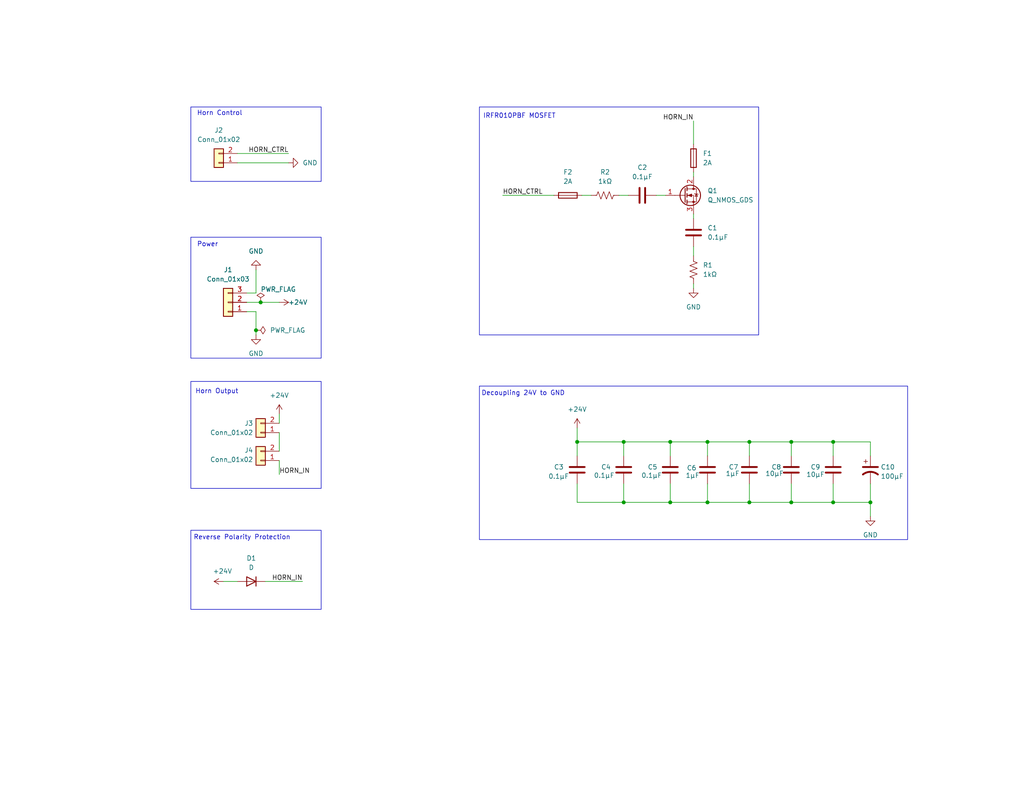
<source format=kicad_sch>
(kicad_sch (version 20231120) (generator "eeschema") (generator_version "8.0")
  (paper "USLetter")
  (title_block (title "Horns Board") (date "2022-08-16") (rev "1.0") (company "Illini Solar Car") (comment 1 "Designed By: Nathan Wang"))
  (lib_symbols
    (symbol "Connector_Generic:Conn_01x02" (pin_names (offset 1.016) hide)
      (property "Reference" "J" (at 0 2.54 0))
      (property "Value" "Conn_01x02" (at 0 -5.08 0))
      (symbol "Conn_01x02_1_1"
        (rectangle (start -1.27 -2.413) (end 0 -2.667) (stroke (width 0.1524)))
        (rectangle (start -1.27 0.127) (end 0 -0.127) (stroke (width 0.1524)))
        (rectangle (start -1.27 1.27) (end 1.27 -3.81) (stroke (width 0.254)) (fill (type background)))
        (pin passive line (at -5.08 0 0) (length 3.81) (name "Pin_1") (number "1"))
        (pin passive line (at -5.08 -2.54 0) (length 3.81) (name "Pin_2") (number "2"))
      )
    )
    (symbol "Connector_Generic:Conn_01x03" (pin_names (offset 1.016) hide)
      (property "Reference" "J" (at 0 5.08 0))
      (property "Value" "Conn_01x03" (at 0 -5.08 0))
      (symbol "Conn_01x03_1_1"
        (rectangle (start -1.27 -2.413) (end 0 -2.667) (stroke (width 0.1524)))
        (rectangle (start -1.27 0.127) (end 0 -0.127) (stroke (width 0.1524)))
        (rectangle (start -1.27 2.667) (end 0 2.413) (stroke (width 0.1524)))
        (rectangle (start -1.27 3.81) (end 1.27 -3.81) (stroke (width 0.254)) (fill (type background)))
        (pin passive line (at -5.08 2.54 0) (length 3.81) (name "Pin_1") (number "1"))
        (pin passive line (at -5.08 0 0) (length 3.81) (name "Pin_2") (number "2"))
        (pin passive line (at -5.08 -2.54 0) (length 3.81) (name "Pin_3") (number "3"))
      )
    )
    (symbol "Device:C_Polarized_US" (pin_numbers hide) (pin_names (offset 0.254) hide)
      (property "Reference" "C" (at 0.635 2.54 0))
      (property "Value" "C_Polarized_US" (at 0.635 -2.54 0))
      (symbol "C_Polarized_US_0_1"
        (polyline (pts (xy -2.032 0.762) (xy 2.032 0.762)) (stroke (width 0.508)))
        (polyline (pts (xy -1.778 2.286) (xy -0.762 2.286)))
        (polyline (pts (xy -1.27 1.778) (xy -1.27 2.794)))
        (arc (start 2.032 -1.27) (mid 0 -0.5572) (end -2.032 -1.27) (stroke (width 0.508)))
      )
      (symbol "C_Polarized_US_1_1"
        (pin passive line (at 0 3.81 270) (length 2.794) (name "~") (number "1"))
        (pin passive line (at 0 -3.81 90) (length 3.302) (name "~") (number "2"))
      )
    )
    (symbol "Device:D" (pin_numbers hide) (pin_names (offset 1.016) hide)
      (property "Reference" "D" (at 0 2.54 0))
      (property "Value" "D" (at 0 -2.54 0))
      (symbol "D_0_1"
        (polyline (pts (xy -1.27 1.27) (xy -1.27 -1.27)) (stroke (width 0.254)))
        (polyline (pts (xy 1.27 0) (xy -1.27 0)))
        (polyline (pts (xy 1.27 1.27) (xy 1.27 -1.27) (xy -1.27 0) (xy 1.27 1.27)) (stroke (width 0.254)))
      )
      (symbol "D_1_1"
        (pin passive line (at -3.81 0 0) (length 2.54) (name "K") (number "1"))
        (pin passive line (at 3.81 0 180) (length 2.54) (name "A") (number "2"))
      )
    )
    (symbol "Device:Fuse" (pin_numbers hide) (pin_names (offset 0))
      (property "Reference" "F" (at 2.032 0 90))
      (property "Value" "Fuse" (at -1.905 0 90))
      (symbol "Fuse_0_1"
        (rectangle (start -0.762 -2.54) (end 0.762 2.54) (stroke (width 0.254)))
        (polyline (pts (xy 0 2.54) (xy 0 -2.54)))
      )
      (symbol "Fuse_1_1"
        (pin passive line (at 0 3.81 270) (length 1.27) (name "~") (number "1"))
        (pin passive line (at 0 -3.81 90) (length 1.27) (name "~") (number "2"))
      )
    )
    (symbol "Device:R_US" (pin_numbers hide) (pin_names (offset 0))
      (property "Reference" "R" (at 2.54 0 90))
      (property "Value" "R_US" (at -2.54 0 90))
      (symbol "R_US_0_1"
        (polyline (pts (xy 0 -2.286) (xy 0 -2.54)))
        (polyline (pts (xy 0 2.286) (xy 0 2.54)))
        (polyline (pts (xy 0 -0.762) (xy 1.016 -1.143) (xy 0 -1.524) (xy -1.016 -1.905) (xy 0 -2.286)))
        (polyline (pts (xy 0 0.762) (xy 1.016 0.381) (xy 0 0) (xy -1.016 -0.381) (xy 0 -0.762)))
        (polyline (pts (xy 0 2.286) (xy 1.016 1.905) (xy 0 1.524) (xy -1.016 1.143) (xy 0 0.762)))
      )
      (symbol "R_US_1_1"
        (pin passive line (at 0 3.81 270) (length 1.27) (name "~") (number "1"))
        (pin passive line (at 0 -3.81 90) (length 1.27) (name "~") (number "2"))
      )
    )
    (symbol "device:C" (pin_numbers hide) (pin_names (offset 0.254))
      (property "Reference" "C" (at 0.635 2.54 0))
      (property "Value" "C" (at 0.635 -2.54 0))
      (symbol "C_0_1"
        (polyline (pts (xy -2.032 -0.762) (xy 2.032 -0.762)) (stroke (width 0.508)))
        (polyline (pts (xy -2.032 0.762) (xy 2.032 0.762)) (stroke (width 0.508)))
      )
      (symbol "C_1_1"
        (pin passive line (at 0 3.81 270) (length 2.794) (name "~") (number "1"))
        (pin passive line (at 0 -3.81 90) (length 2.794) (name "~") (number "2"))
      )
    )
    (symbol "device:Q_NMOS_GDS" (pin_names (offset 0) hide)
      (property "Reference" "Q" (at 5.08 1.27 0))
      (property "Value" "Q_NMOS_GDS" (at 5.08 -1.27 0))
      (symbol "Q_NMOS_GDS_0_1"
        (polyline (pts (xy 0.254 0) (xy -2.54 0)))
        (polyline (pts (xy 0.254 1.905) (xy 0.254 -1.905)) (stroke (width 0.254)))
        (polyline (pts (xy 0.762 -1.27) (xy 0.762 -2.286)) (stroke (width 0.254)))
        (polyline (pts (xy 0.762 0.508) (xy 0.762 -0.508)) (stroke (width 0.254)))
        (polyline (pts (xy 0.762 2.286) (xy 0.762 1.27)) (stroke (width 0.254)))
        (polyline (pts (xy 2.54 2.54) (xy 2.54 1.778)))
        (polyline (pts (xy 2.54 -2.54) (xy 2.54 0) (xy 0.762 0)))
        (polyline (pts (xy 0.762 -1.778) (xy 3.302 -1.778) (xy 3.302 1.778) (xy 0.762 1.778)))
        (polyline (pts (xy 1.016 0) (xy 2.032 0.381) (xy 2.032 -0.381) (xy 1.016 0)) (fill (type outline)))
        (polyline (pts (xy 2.794 0.508) (xy 2.921 0.381) (xy 3.683 0.381) (xy 3.81 0.254)))
        (polyline (pts (xy 3.302 0.381) (xy 2.921 -0.254) (xy 3.683 -0.254) (xy 3.302 0.381)))
        (circle (center 1.651 0) (radius 2.794) (stroke (width 0.254)))
        (circle (center 2.54 -1.778) (radius 0.254) (fill (type outline)))
        (circle (center 2.54 1.778) (radius 0.254) (fill (type outline)))
      )
      (symbol "Q_NMOS_GDS_1_1"
        (pin input line (at -5.08 0 0) (length 2.54) (name "G") (number "1"))
        (pin passive line (at 2.54 5.08 270) (length 2.54) (name "D") (number "2"))
        (pin passive line (at 2.54 -5.08 90) (length 2.54) (name "S") (number "3"))
      )
    )
    (symbol "power:+24V" (power) (pin_names (offset 0))
      (property "Value" "+24V" (at 0 3.556 0))
      (symbol "+24V_0_1"
        (polyline (pts (xy -0.762 1.27) (xy 0 2.54)))
        (polyline (pts (xy 0 0) (xy 0 2.54)))
        (polyline (pts (xy 0 2.54) (xy 0.762 1.27)))
      )
      (symbol "+24V_1_1"
        (pin power_in line (at 0 0 90) (length 0) hide (name "+24V") (number "1"))
      )
    )
    (symbol "power:GND" (power) (pin_names (offset 0))
      (property "Value" "GND" (at 0 -3.81 0))
      (symbol "GND_0_1"
        (polyline (pts (xy 0 0) (xy 0 -1.27) (xy 1.27 -1.27) (xy 0 -2.54) (xy -1.27 -1.27) (xy 0 -1.27)))
      )
      (symbol "GND_1_1"
        (pin power_in line (at 0 0 270) (length 0) hide (name "GND") (number "1"))
      )
    )
    (symbol "power:PWR_FLAG" (power) (pin_numbers hide) (pin_names (offset 0) hide)
      (property "Value" "PWR_FLAG" (at 0 3.81 0))
      (symbol "PWR_FLAG_0_0"
        (pin power_out line (at 0 0 90) (length 0) (name "pwr") (number "1"))
      )
      (symbol "PWR_FLAG_0_1"
        (polyline (pts (xy 0 0) (xy 0 1.27) (xy -1.016 1.905) (xy 0 2.54) (xy 1.016 1.905) (xy 0 1.27)))
      )
    )
  )
  (junction (at 227.33 137.16))
  (junction (at 157.48 120.65))
  (junction (at 170.18 120.65))
  (junction (at 215.9 137.16))
  (junction (at 182.88 137.16))
  (junction (at 237.49 137.16))
  (junction (at 204.47 137.16))
  (junction (at 204.47 120.65))
  (junction (at 193.04 120.65))
  (junction (at 193.04 137.16))
  (junction (at 170.18 137.16))
  (junction (at 182.88 120.65))
  (junction (at 71.12 82.55))
  (junction (at 215.9 120.65))
  (junction (at 227.33 120.65))
  (junction (at 69.85 90.17))
  (wire (pts (xy 158.75 53.34) (xy 161.29 53.34)))
  (wire (pts (xy 189.23 33.02) (xy 189.23 39.37)))
  (wire (pts (xy 193.04 120.65) (xy 193.04 124.46)))
  (wire (pts (xy 69.85 73.66) (xy 69.85 80.01)))
  (wire (pts (xy 76.2 113.03) (xy 76.2 115.57)))
  (wire (pts (xy 157.48 137.16) (xy 157.48 132.08)))
  (wire (pts (xy 204.47 137.16) (xy 193.04 137.16)))
  (wire (pts (xy 64.77 44.45) (xy 78.74 44.45)))
  (wire (pts (xy 189.23 67.31) (xy 189.23 69.85)))
  (wire (pts (xy 215.9 137.16) (xy 227.33 137.16)))
  (wire (pts (xy 182.88 137.16) (xy 182.88 132.08)))
  (wire (pts (xy 170.18 137.16) (xy 157.48 137.16)))
  (wire (pts (xy 237.49 132.08) (xy 237.49 137.16)))
  (wire (pts (xy 71.12 82.55) (xy 76.2 82.55)))
  (wire (pts (xy 157.48 120.65) (xy 157.48 124.46)))
  (wire (pts (xy 69.85 90.17) (xy 69.85 91.44)))
  (wire (pts (xy 170.18 120.65) (xy 170.18 124.46)))
  (wire (pts (xy 179.07 53.34) (xy 181.61 53.34)))
  (wire (pts (xy 67.31 82.55) (xy 71.12 82.55)))
  (wire (pts (xy 215.9 132.08) (xy 215.9 137.16)))
  (wire (pts (xy 60.96 158.75) (xy 64.77 158.75)))
  (wire (pts (xy 193.04 137.16) (xy 193.04 132.08)))
  (wire (pts (xy 189.23 46.99) (xy 189.23 48.26)))
  (wire (pts (xy 227.33 137.16) (xy 227.33 132.08)))
  (wire (pts (xy 215.9 120.65) (xy 215.9 124.46)))
  (wire (pts (xy 170.18 120.65) (xy 182.88 120.65)))
  (wire (pts (xy 237.49 120.65) (xy 237.49 124.46)))
  (wire (pts (xy 76.2 125.73) (xy 76.2 129.54)))
  (wire (pts (xy 182.88 137.16) (xy 170.18 137.16)))
  (wire (pts (xy 237.49 137.16) (xy 227.33 137.16)))
  (wire (pts (xy 237.49 137.16) (xy 237.49 140.97)))
  (wire (pts (xy 157.48 116.84) (xy 157.48 120.65)))
  (wire (pts (xy 215.9 120.65) (xy 227.33 120.65)))
  (wire (pts (xy 182.88 120.65) (xy 193.04 120.65)))
  (wire (pts (xy 204.47 120.65) (xy 204.47 124.46)))
  (wire (pts (xy 189.23 58.42) (xy 189.23 59.69)))
  (wire (pts (xy 64.77 41.91) (xy 78.74 41.91)))
  (wire (pts (xy 182.88 120.65) (xy 182.88 124.46)))
  (wire (pts (xy 76.2 118.11) (xy 76.2 123.19)))
  (wire (pts (xy 189.23 77.47) (xy 189.23 78.74)))
  (wire (pts (xy 193.04 137.16) (xy 182.88 137.16)))
  (wire (pts (xy 227.33 120.65) (xy 237.49 120.65)))
  (wire (pts (xy 204.47 132.08) (xy 204.47 137.16)))
  (wire (pts (xy 69.85 85.09) (xy 69.85 90.17)))
  (wire (pts (xy 204.47 120.65) (xy 215.9 120.65)))
  (wire (pts (xy 67.31 85.09) (xy 69.85 85.09)))
  (wire (pts (xy 168.91 53.34) (xy 171.45 53.34)))
  (wire (pts (xy 204.47 137.16) (xy 215.9 137.16)))
  (wire (pts (xy 157.48 120.65) (xy 170.18 120.65)))
  (wire (pts (xy 227.33 120.65) (xy 227.33 124.46)))
  (wire (pts (xy 193.04 120.65) (xy 204.47 120.65)))
  (wire (pts (xy 170.18 137.16) (xy 170.18 132.08)))
  (wire (pts (xy 67.31 80.01) (xy 69.85 80.01)))
  (wire (pts (xy 137.16 53.34) (xy 151.13 53.34)))
  (wire (pts (xy 72.39 158.75) (xy 82.55 158.75)))
  (rectangle (start 130.81 105.41) (end 247.65 147.32))
  (rectangle (start 130.81 29.21) (end 207.01 91.44))
  (rectangle (start 52.07 104.14) (end 87.63 133.35))
  (rectangle (start 52.07 29.21) (end 87.63 49.53))
  (rectangle (start 52.07 64.77) (end 87.63 97.79))
  (rectangle (start 52.07 144.78) (end 87.63 166.37))
  (text "Power" (at 56.642 66.802 0) (effects (font (size 1.27 1.27))))
  (text "IRFR010PBF MOSFET" (at 141.732 31.75 0) (effects (font (size 1.27 1.27))))
  (text "Horn Control\n" (at 59.944 30.988 0) (effects (font (size 1.27 1.27))))
  (text "Decoupling 24V to GND" (at 142.748 107.442 0) (effects (font (size 1.27 1.27))))
  (text "Reverse Polarity Protection\n" (at 66.04 146.812 0) (effects (font (size 1.27 1.27))))
  (text "Horn Output\n" (at 59.182 106.934 0) (effects (font (size 1.27 1.27))))
  (label "HORN_CTRL" (at 78.74 41.91 180))
  (label "HORN_IN" (at 189.23 33.02 180))
  (label "HORN_IN" (at 82.55 158.75 180))
  (label "HORN_IN" (at 76.2 129.54 0))
  (label "HORN_CTRL" (at 137.16 53.34 0))
  (symbol (lib_id "Device:C_Polarized_US") (at 237.49 128.27 0) (unit 1)
    (property "Reference" "C10" (at 240.284 127.508 0) (effects (justify left)))
    (property "Value" "100μF" (at 240.284 130.048 0) (effects (justify left)))
    (property "Footprint" "Capacitor_SMD:C_0603_1608Metric_Pad1.08x0.95mm_HandSolder" (effects (hide yes)))
    (property "Description" "Polarized capacitor, US symbol" (effects (hide yes)))
  )
  (symbol (lib_id "device:C") (at 204.47 128.27 0) (unit 1)
    (property "Reference" "C7" (at 200.152 127.508 0))
    (property "Value" "1μF" (at 199.898 129.286 0))
    (property "Footprint" "Capacitor_SMD:C_0603_1608Metric_Pad1.08x0.95mm_HandSolder" (effects (hide yes)))
    (property "Description" "Unpolarized capacitor" (effects (hide yes)))
  )
  (symbol (lib_id "power:+24V") (at 60.96 158.75 90) (unit 1)
    (property "Reference" "#PWR8" (effects (hide yes)))
    (property "Value" "+24V" (at 60.706 155.956 90))
    (property "Description" "Power symbol creates a global label with name \"+24V\"" (effects (hide yes)))
  )
  (symbol (lib_id "Connector_Generic:Conn_01x03") (at 62.23 82.55 180) (unit 1)
    (property "Reference" "J1" (at 62.23 73.66 0))
    (property "Value" "Conn_01x03" (at 62.23 76.2 0))
    (property "Footprint" "Connector_Molex:Molex_KK-254_AE-6410-03A_1x03_P2.54mm_Vertical" (effects (hide yes)))
    (property "Datasheet" "https://www.molex.com/content/dam/molex/molex-dot-com/products/automated/en-us/salesdrawingpdf/641/6410/022272031_sd.pdf?inline" (effects (hide yes)))
    (property "Description" "Generic connector, single row, 01x03, script generated (kicad-library-utils/schlib/autogen/connector/)" (effects (hide yes)))
    (property "MPN" "0022272031" (effects (hide yes)))
  )
  (symbol (lib_id "power:GND") (at 69.85 73.66 180) (unit 1)
    (property "Reference" "#PWR2" (effects (hide yes)))
    (property "Value" "GND" (at 69.85 68.58 0))
    (property "Description" "Power symbol creates a global label with name \"GND\" , ground" (effects (hide yes)))
  )
  (symbol (lib_id "Device:Fuse") (at 154.94 53.34 270) (unit 1)
    (property "Reference" "F2" (at 154.94 46.99 90))
    (property "Value" "2A" (at 154.94 49.53 90))
    (property "Footprint" "Fuse:Fuse_0603_1608Metric_Pad1.05x0.95mm_HandSolder" (effects (hide yes)))
    (property "Description" "Fuse" (effects (hide yes)))
  )
  (symbol (lib_id "Connector_Generic:Conn_01x02") (at 59.69 44.45 180) (unit 1)
    (property "Reference" "J2" (at 59.69 35.56 0))
    (property "Value" "Conn_01x02" (at 59.69 38.1 0))
    (property "Footprint" "Connector_Molex:Molex_KK-254_AE-6410-02A_1x02_P2.54mm_Vertical" (effects (hide yes)))
    (property "Datasheet" "https://www.molex.com/content/dam/molex/molex-dot-com/products/automated/en-us/salesdrawingpdf/641/6410/022272021_sd.pdf?inline" (effects (hide yes)))
    (property "Description" "Generic connector, single row, 01x02, script generated (kicad-library-utils/schlib/autogen/connector/)" (effects (hide yes)))
    (property "MPN" "022272021" (effects (hide yes)))
  )
  (symbol (lib_id "power:GND") (at 78.74 44.45 90) (unit 1)
    (property "Reference" "#PWR4" (effects (hide yes)))
    (property "Value" "GND" (at 82.55 44.4499 90) (effects (justify right)))
    (property "Description" "Power symbol creates a global label with name \"GND\" , ground" (effects (hide yes)))
  )
  (symbol (lib_id "device:C") (at 157.48 128.27 0) (unit 1)
    (property "Reference" "C3" (at 151.13 127.508 0) (effects (justify left)))
    (property "Value" "0.1μF" (at 149.606 130.048 0) (effects (justify left)))
    (property "Footprint" "Capacitor_SMD:C_0603_1608Metric_Pad1.08x0.95mm_HandSolder" (effects (hide yes)))
    (property "Description" "Unpolarized capacitor" (effects (hide yes)))
  )
  (symbol (lib_id "power:PWR_FLAG") (at 69.85 90.17 270) (unit 1)
    (property "Reference" "#FLG3" (effects (hide yes)))
    (property "Value" "PWR_FLAG" (at 73.66 90.1699 90) (effects (justify left)))
    (property "Description" "Special symbol for telling ERC where power comes from" (effects (hide yes)))
  )
  (symbol (lib_id "power:+24V") (at 76.2 113.03 0) (unit 1)
    (property "Reference" "#PWR5" (effects (hide yes)))
    (property "Value" "+24V" (at 76.2 107.95 0))
    (property "Description" "Power symbol creates a global label with name \"+24V\"" (effects (hide yes)))
  )
  (symbol (lib_id "device:C") (at 227.33 128.27 0) (unit 1)
    (property "Reference" "C9" (at 222.504 127.508 0))
    (property "Value" "10μF" (at 222.504 129.54 0))
    (property "Footprint" "Capacitor_SMD:C_0603_1608Metric_Pad1.08x0.95mm_HandSolder" (effects (hide yes)))
    (property "Description" "Unpolarized capacitor" (effects (hide yes)))
  )
  (symbol (lib_id "Device:Fuse") (at 189.23 43.18 180) (unit 1)
    (property "Reference" "F1" (at 191.77 41.9099 0) (effects (justify right)))
    (property "Value" "2A" (at 191.77 44.4499 0) (effects (justify right)))
    (property "Footprint" "Fuse:Fuse_0603_1608Metric_Pad1.05x0.95mm_HandSolder" (effects (hide yes)))
    (property "Description" "Fuse" (effects (hide yes)))
  )
  (symbol (lib_id "Connector_Generic:Conn_01x02") (at 71.12 125.73 180) (unit 1)
    (property "Reference" "J4" (at 69.088 122.936 0) (effects (justify left)))
    (property "Value" "Conn_01x02" (at 69.088 125.476 0) (effects (justify left)))
    (property "Footprint" "Connector_Molex:Molex_KK-254_AE-6410-02A_1x02_P2.54mm_Vertical" (effects (hide yes)))
    (property "Datasheet" "https://www.molex.com/content/dam/molex/molex-dot-com/products/automated/en-us/salesdrawingpdf/641/6410/022272021_sd.pdf?inline" (effects (hide yes)))
    (property "Description" "Generic connector, single row, 01x02, script generated (kicad-library-utils/schlib/autogen/connector/)" (effects (hide yes)))
    (property "MPN" "022272021" (effects (hide yes)))
  )
  (symbol (lib_id "Connector_Generic:Conn_01x02") (at 71.12 118.11 180) (unit 1)
    (property "Reference" "J3" (at 69.088 115.57 0) (effects (justify left)))
    (property "Value" "Conn_01x02" (at 69.088 118.11 0) (effects (justify left)))
    (property "Footprint" "Connector_Molex:Molex_KK-254_AE-6410-02A_1x02_P2.54mm_Vertical" (effects (hide yes)))
    (property "Datasheet" "https://www.molex.com/content/dam/molex/molex-dot-com/products/automated/en-us/salesdrawingpdf/641/6410/022272021_sd.pdf?inline" (effects (hide yes)))
    (property "Description" "Generic connector, single row, 01x02, script generated (kicad-library-utils/schlib/autogen/connector/)" (effects (hide yes)))
    (property "MPN" "022272021" (effects (hide yes)))
  )
  (symbol (lib_id "Device:D") (at 68.58 158.75 180) (unit 1)
    (property "Reference" "D1" (at 68.58 152.4 0))
    (property "Value" "D" (at 68.58 154.94 0))
    (property "Footprint" "Diode_SMD:D_0603_1608Metric_Pad1.05x0.95mm_HandSolder" (effects (hide yes)))
    (property "Description" "Diode" (effects (hide yes)))
    (property "Sim.Device" "D" (effects (hide yes)))
    (property "Sim.Pins" "1=K 2=A" (effects (hide yes)))
  )
  (symbol (lib_id "Device:R_US") (at 189.23 73.66 180) (unit 1)
    (property "Reference" "R1" (at 191.77 72.3899 0) (effects (justify right)))
    (property "Value" "1kΩ" (at 191.77 74.9299 0) (effects (justify right)))
    (property "Footprint" "Resistor_SMD:R_0603_1608Metric_Pad0.98x0.95mm_HandSolder" (effects (hide yes)))
    (property "Description" "Resistor, US symbol" (effects (hide yes)))
  )
  (symbol (lib_id "power:+24V") (at 157.48 116.84 0) (unit 1)
    (property "Reference" "#PWR7" (effects (hide yes)))
    (property "Value" "+24V" (at 157.48 111.76 0))
    (property "Description" "Power symbol creates a global label with name \"+24V\"" (effects (hide yes)))
  )
  (symbol (lib_id "power:+24V") (at 76.2 82.55 270) (unit 1)
    (property "Reference" "#PWR1" (effects (hide yes)))
    (property "Value" "+24V" (at 81.28 82.55 90))
    (property "Description" "Power symbol creates a global label with name \"+24V\"" (effects (hide yes)))
  )
  (symbol (lib_id "power:GND") (at 237.49 140.97 0) (unit 1)
    (property "Reference" "#PWR9" (effects (hide yes)))
    (property "Value" "GND" (at 237.49 146.05 0))
    (property "Description" "Power symbol creates a global label with name \"GND\" , ground" (effects (hide yes)))
  )
  (symbol (lib_id "device:C") (at 189.23 63.5 180) (unit 1)
    (property "Reference" "C1" (at 193.04 62.2299 0) (effects (justify right)))
    (property "Value" "0.1μF" (at 193.04 64.7699 0) (effects (justify right)))
    (property "Footprint" "Capacitor_SMD:C_0603_1608Metric_Pad1.08x0.95mm_HandSolder" (effects (hide yes)))
    (property "Description" "Unpolarized capacitor" (effects (hide yes)))
  )
  (symbol (lib_id "power:GND") (at 69.85 91.44 0) (unit 1)
    (property "Reference" "#PWR3" (effects (hide yes)))
    (property "Value" "GND" (at 69.85 96.52 0))
    (property "Description" "Power symbol creates a global label with name \"GND\" , ground" (effects (hide yes)))
  )
  (symbol (lib_id "Device:R_US") (at 165.1 53.34 270) (unit 1)
    (property "Reference" "R2" (at 165.1 46.99 90))
    (property "Value" "1kΩ" (at 165.1 49.53 90))
    (property "Footprint" "Resistor_SMD:R_0603_1608Metric_Pad0.98x0.95mm_HandSolder" (effects (hide yes)))
    (property "Description" "Resistor, US symbol" (effects (hide yes)))
  )
  (symbol (lib_id "device:C") (at 182.88 128.27 0) (unit 1)
    (property "Reference" "C5" (at 178.054 127.508 0))
    (property "Value" "0.1μF" (at 177.8 129.794 0))
    (property "Footprint" "Capacitor_SMD:C_0603_1608Metric_Pad1.08x0.95mm_HandSolder" (effects (hide yes)))
    (property "Description" "Unpolarized capacitor" (effects (hide yes)))
  )
  (symbol (lib_id "power:GND") (at 189.23 78.74 0) (unit 1)
    (property "Reference" "#PWR6" (effects (hide yes)))
    (property "Value" "GND" (at 189.23 83.82 0))
    (property "Description" "Power symbol creates a global label with name \"GND\" , ground" (effects (hide yes)))
  )
  (symbol (lib_id "device:C") (at 175.26 53.34 270) (unit 1)
    (property "Reference" "C2" (at 175.26 45.72 90))
    (property "Value" "0.1μF" (at 175.26 48.26 90))
    (property "Footprint" "Capacitor_SMD:C_0603_1608Metric_Pad1.08x0.95mm_HandSolder" (effects (hide yes)))
    (property "Description" "Unpolarized capacitor" (effects (hide yes)))
  )
  (symbol (lib_id "device:C") (at 170.18 128.27 0) (unit 1)
    (property "Reference" "C4" (at 165.354 127.508 0))
    (property "Value" "0.1μF" (at 164.846 129.794 0))
    (property "Footprint" "Capacitor_SMD:C_0603_1608Metric_Pad1.08x0.95mm_HandSolder" (effects (hide yes)))
    (property "Description" "Unpolarized capacitor" (effects (hide yes)))
  )
  (symbol (lib_id "power:PWR_FLAG") (at 71.12 82.55 0) (unit 1)
    (property "Reference" "#FLG1" (effects (hide yes)))
    (property "Value" "PWR_FLAG" (at 75.946 78.994 0))
    (property "Description" "Special symbol for telling ERC where power comes from" (effects (hide yes)))
  )
  (symbol (lib_id "device:C") (at 215.9 128.27 0) (unit 1)
    (property "Reference" "C8" (at 211.836 127.508 0))
    (property "Value" "10μF" (at 211.328 129.286 0))
    (property "Footprint" "Capacitor_SMD:C_0603_1608Metric_Pad1.08x0.95mm_HandSolder" (effects (hide yes)))
    (property "Description" "Unpolarized capacitor" (effects (hide yes)))
  )
  (symbol (lib_id "device:Q_NMOS_GDS") (at 186.69 53.34 0) (unit 1)
    (property "Reference" "Q1" (at 193.04 52.0699 0) (effects (justify left)))
    (property "Value" "Q_NMOS_GDS" (at 193.04 54.6099 0) (effects (justify left)))
    (property "Footprint" "layout:TO-252-2" (effects (hide yes)))
    (property "Datasheet" "https://www.vishay.com/docs/91420/sihfr010.pdf" (effects (hide yes)))
    (property "Description" "N-MOSFET transistor, gate/drain/source" (effects (hide yes)))
    (property "MPN" "IRFR010PBF" (effects (hide yes)))
  )
  (symbol (lib_id "device:C") (at 193.04 128.27 0) (unit 1)
    (property "Reference" "C6" (at 188.722 127.762 0))
    (property "Value" "1μF" (at 188.976 129.794 0))
    (property "Footprint" "Capacitor_SMD:C_0603_1608Metric_Pad1.08x0.95mm_HandSolder" (effects (hide yes)))
    (property "Description" "Unpolarized capacitor" (effects (hide yes)))
  )
)
</source>
